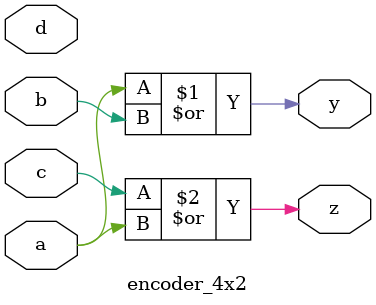
<source format=v>
`timescale 1ns / 1ps

module encoder_4x2(a,b,c,d,y,z);
       input a,b,c,d;
        output y;
        output z;
  or x1(y,a,b);
  or x2(z,c,a);
endmodule
  

</source>
